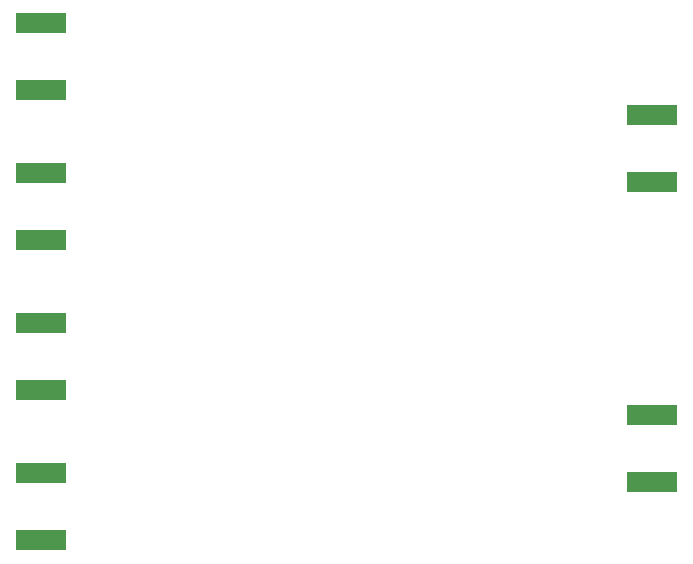
<source format=gbr>
%TF.GenerationSoftware,KiCad,Pcbnew,(5.1.9)-1*%
%TF.CreationDate,2021-02-10T22:01:22-05:00*%
%TF.ProjectId,BalunAndLowPass,42616c75-6e41-46e6-944c-6f7750617373,rev?*%
%TF.SameCoordinates,Original*%
%TF.FileFunction,Paste,Bot*%
%TF.FilePolarity,Positive*%
%FSLAX46Y46*%
G04 Gerber Fmt 4.6, Leading zero omitted, Abs format (unit mm)*
G04 Created by KiCad (PCBNEW (5.1.9)-1) date 2021-02-10 22:01:22*
%MOMM*%
%LPD*%
G01*
G04 APERTURE LIST*
%ADD10R,4.200000X1.750000*%
G04 APERTURE END LIST*
D10*
%TO.C,J6*%
X104575000Y-92552000D03*
X104575000Y-98202000D03*
%TD*%
%TO.C,J5*%
X104575000Y-67152000D03*
X104575000Y-72802000D03*
%TD*%
%TO.C,J4*%
X52905000Y-90455000D03*
X52905000Y-84805000D03*
%TD*%
%TO.C,J3*%
X52905000Y-103155000D03*
X52905000Y-97505000D03*
%TD*%
%TO.C,J2*%
X52905000Y-65055000D03*
X52905000Y-59405000D03*
%TD*%
%TO.C,J1*%
X52905000Y-77755000D03*
X52905000Y-72105000D03*
%TD*%
M02*

</source>
